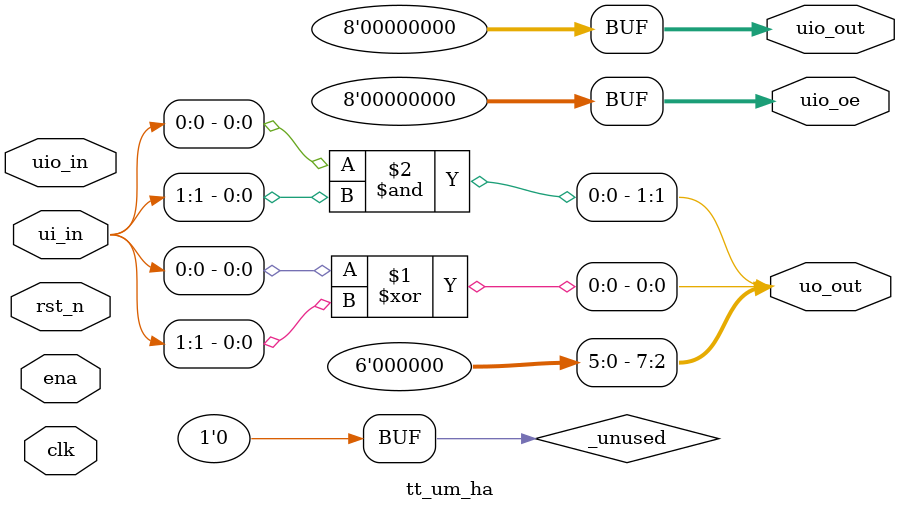
<source format=v>
/*
 * Copyright (c) 2024 Your Name
 * SPDX-License-Identifier: Apache-2.0
 */

`default_nettype none

module tt_um_ha (
    input  wire [7:0] ui_in,    // Dedicated inputs
    output wire [7:0] uo_out,   // Dedicated outputs
    input  wire [7:0] uio_in,   // IOs: Input path
    output wire [7:0] uio_out,  // IOs: Output path
    output wire [7:0] uio_oe,   // IOs: Enable path (active high: 0=input, 1=output)
    input  wire       ena,      // always 1 when the design is powered, so you can ignore it
    input  wire       clk,      // clock
    input  wire       rst_n     // reset_n - low to reset
);

  // All output pins must be assigned. If not used, assign to 0.
  //assign uo_out  = ui_in + uio_in;  // Example: ou_out is the sum of ui_in and uio_in
    assign uo_out[0]=ui_in[0] ^ ui_in[1];
    assign uo_out[1]=ui_in[0] & ui_in[1];
    assign uo_out[7:2]=0;
  assign uio_out = 0;
  assign uio_oe  = 0;

  // List all unused inputs to prevent warnings
  wire _unused = &{ena, clk, rst_n, 1'b0};

endmodule

</source>
